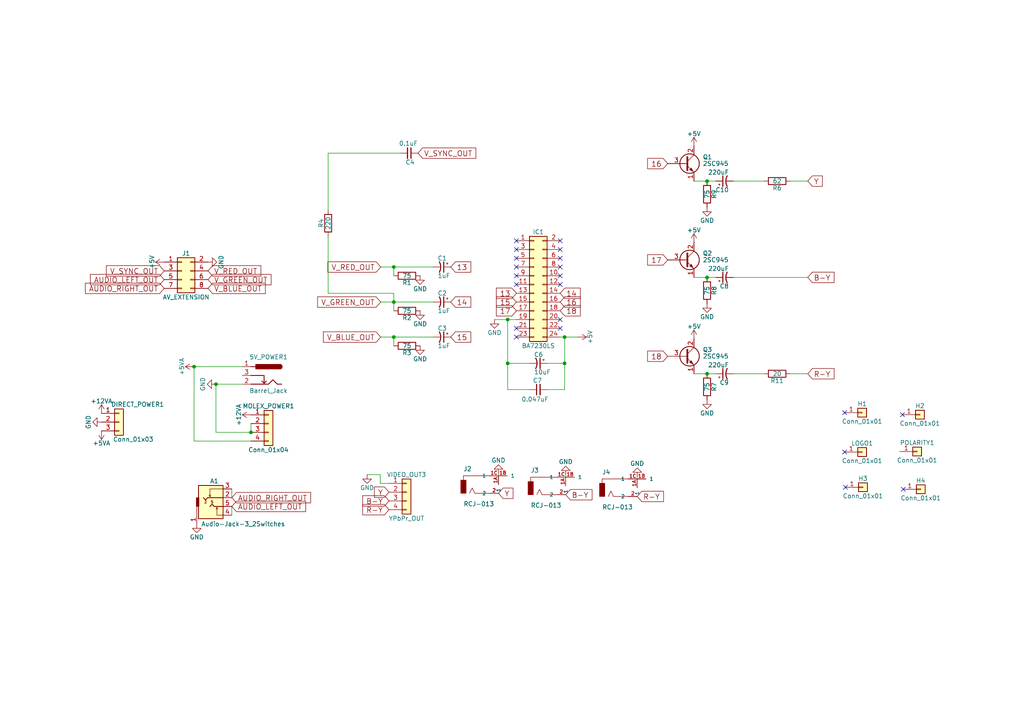
<source format=kicad_sch>
(kicad_sch (version 20230121) (generator eeschema)
  (paper "A4")
  (title_block (rev "1.1"))
  (lib_symbols
    (symbol "Converter-rescue:+12VA" (power) (pin_names (offset 0))
      (property "Value" "+12VA" (at 0 3.556 0))
      (symbol "+12VA_0_1"
        (polyline (pts (xy -0.762 1.27) (xy 0 2.54)))
        (polyline (pts (xy 0 0) (xy 0 2.54)))
        (polyline (pts (xy 0 2.54) (xy 0.762 1.27)))
      )
      (symbol "+12VA_1_1"
        (pin power_in line (at 0 0 90) (length 0) hide (name "+12VA") (number "1"))
      )
    )
    (symbol "Converter-rescue:+5V" (power) (pin_names (offset 0))
      (property "Value" "+5V" (at 0 3.556 0))
      (symbol "+5V_0_1"
        (polyline (pts (xy -0.762 1.27) (xy 0 2.54)))
        (polyline (pts (xy 0 0) (xy 0 2.54)))
        (polyline (pts (xy 0 2.54) (xy 0.762 1.27)))
      )
      (symbol "+5V_1_1"
        (pin power_in line (at 0 0 90) (length 0) hide (name "+5V") (number "1"))
      )
    )
    (symbol "Converter-rescue:+5VA" (power) (pin_names (offset 0))
      (property "Value" "+5VA" (at 0 3.556 0))
      (symbol "+5VA_0_1"
        (polyline (pts (xy -0.762 1.27) (xy 0 2.54)))
        (polyline (pts (xy 0 0) (xy 0 2.54)))
        (polyline (pts (xy 0 2.54) (xy 0.762 1.27)))
      )
      (symbol "+5VA_1_1"
        (pin power_in line (at 0 0 90) (length 0) hide (name "+5VA") (number "1"))
      )
    )
    (symbol "Converter-rescue:2SC1815" (pin_names (offset 0) hide)
      (property "Reference" "Q" (at 5.08 1.905 0))
      (property "Value" "2SC1815" (at 5.08 0 0))
      (symbol "2SC1815_0_1"
        (polyline (pts (xy 0 0) (xy 0.635 0)))
        (polyline (pts (xy 0.635 0.635) (xy 2.54 2.54)))
        (polyline (pts (xy 0.635 -0.635) (xy 2.54 -2.54) (xy 2.54 -2.54)))
        (polyline (pts (xy 0.635 1.905) (xy 0.635 -1.905) (xy 0.635 -1.905)) (stroke (width 0.508)))
        (polyline (pts (xy 1.27 -1.778) (xy 1.778 -1.27) (xy 2.286 -2.286) (xy 1.27 -1.778) (xy 1.27 -1.778)) (fill (type outline)))
        (circle (center 1.27 0) (radius 2.8194) (stroke (width 0.254)))
      )
      (symbol "2SC1815_1_1"
        (pin passive line (at 2.54 -5.08 90) (length 2.54) (name "E") (number "1"))
        (pin passive line (at 2.54 5.08 270) (length 2.54) (name "C") (number "2"))
        (pin input line (at -5.08 0 0) (length 5.08) (name "B") (number "3"))
      )
    )
    (symbol "Converter-rescue:Barrel_Jack" (pin_names (offset 1.016))
      (property "Reference" "J" (at 0 5.334 0))
      (property "Value" "Barrel_Jack" (at 0 -4.445 0))
      (symbol "Barrel_Jack_0_1"
        (arc (start -3.302 3.175) (mid -3.9343 2.54) (end -3.302 1.905) (stroke (width 0.254)))
        (arc (start -3.302 3.175) (mid -3.9343 2.54) (end -3.302 1.905) (stroke (width 0.254)) (fill (type outline)))
        (polyline (pts (xy 1.27 -2.286) (xy 1.905 -1.651)) (stroke (width 0.254)))
        (polyline (pts (xy 5.08 2.54) (xy 3.81 2.54)) (stroke (width 0.254)))
        (polyline (pts (xy 5.08 0) (xy 1.27 0) (xy 1.27 -2.286) (xy 0.635 -1.651)) (stroke (width 0.254)))
        (polyline (pts (xy -3.81 -2.54) (xy -2.54 -2.54) (xy -1.27 -1.27) (xy 0 -2.54) (xy 2.54 -2.54) (xy 5.08 -2.54)) (stroke (width 0.254)))
        (rectangle (start 3.683 3.175) (end -3.302 1.905) (stroke (width 0.254)) (fill (type outline)))
      )
      (symbol "Barrel_Jack_1_1"
        (pin passive line (at 7.62 2.54 180) (length 2.54) (name "~") (number "1"))
        (pin passive line (at 7.62 -2.54 180) (length 2.54) (name "~") (number "2"))
        (pin passive line (at 7.62 0 180) (length 2.54) (name "~") (number "3"))
      )
    )
    (symbol "Converter-rescue:CP1_Small" (pin_numbers hide) (pin_names (offset 0.254) hide)
      (property "Reference" "C" (at 0.254 1.778 0))
      (property "Value" "CP1_Small" (at 0.254 -2.032 0))
      (symbol "CP1_Small_0_1"
        (polyline (pts (xy -1.524 0.508) (xy 1.524 0.508)) (stroke (width 0.3048)))
        (polyline (pts (xy -1.27 1.524) (xy -0.762 1.524)))
        (polyline (pts (xy -1.016 1.27) (xy -1.016 1.778)))
        (arc (start 1.524 -0.762) (mid 0 -0.3734) (end -1.524 -0.762) (stroke (width 0.3048)))
      )
      (symbol "CP1_Small_1_1"
        (pin passive line (at 0 2.54 270) (length 2.032) (name "~") (number "1"))
        (pin passive line (at 0 -2.54 90) (length 2.032) (name "~") (number "2"))
      )
    )
    (symbol "Converter-rescue:C_Small" (pin_numbers hide) (pin_names (offset 0.254) hide)
      (property "Reference" "C" (at 0.254 1.778 0))
      (property "Value" "C_Small" (at 0.254 -2.032 0))
      (symbol "C_Small_0_1"
        (polyline (pts (xy -1.524 -0.508) (xy 1.524 -0.508)) (stroke (width 0.3302)))
        (polyline (pts (xy -1.524 0.508) (xy 1.524 0.508)) (stroke (width 0.3048)))
      )
      (symbol "C_Small_1_1"
        (pin passive line (at 0 2.54 270) (length 2.032) (name "~") (number "1"))
        (pin passive line (at 0 -2.54 90) (length 2.032) (name "~") (number "2"))
      )
    )
    (symbol "Converter-rescue:Conn_01x01" (pin_names (offset 1.016) hide)
      (property "Reference" "J" (at 0 2.54 0))
      (property "Value" "Conn_01x01" (at 0 -2.54 0))
      (symbol "Conn_01x01_1_1"
        (rectangle (start -1.27 0.127) (end 0 -0.127) (stroke (width 0.1524)))
        (rectangle (start -1.27 1.27) (end 1.27 -1.27) (stroke (width 0.254)) (fill (type background)))
        (pin passive line (at -5.08 0 0) (length 3.81) (name "Pin_1") (number "1"))
      )
    )
    (symbol "Converter-rescue:Conn_01x03" (pin_names (offset 1.016) hide)
      (property "Reference" "J" (at 0 5.08 0))
      (property "Value" "Conn_01x03" (at 0 -5.08 0))
      (symbol "Conn_01x03_1_1"
        (rectangle (start -1.27 -2.413) (end 0 -2.667) (stroke (width 0.1524)))
        (rectangle (start -1.27 0.127) (end 0 -0.127) (stroke (width 0.1524)))
        (rectangle (start -1.27 2.667) (end 0 2.413) (stroke (width 0.1524)))
        (rectangle (start -1.27 3.81) (end 1.27 -3.81) (stroke (width 0.254)) (fill (type background)))
        (pin passive line (at -5.08 2.54 0) (length 3.81) (name "Pin_1") (number "1"))
        (pin passive line (at -5.08 0 0) (length 3.81) (name "Pin_2") (number "2"))
        (pin passive line (at -5.08 -2.54 0) (length 3.81) (name "Pin_3") (number "3"))
      )
    )
    (symbol "Converter-rescue:Conn_01x04" (pin_names (offset 1.016) hide)
      (property "Reference" "J" (at 0 5.08 0))
      (property "Value" "Conn_01x04" (at 0 -7.62 0))
      (symbol "Conn_01x04_1_1"
        (rectangle (start -1.27 -4.953) (end 0 -5.207) (stroke (width 0.1524)))
        (rectangle (start -1.27 -2.413) (end 0 -2.667) (stroke (width 0.1524)))
        (rectangle (start -1.27 0.127) (end 0 -0.127) (stroke (width 0.1524)))
        (rectangle (start -1.27 2.667) (end 0 2.413) (stroke (width 0.1524)))
        (rectangle (start -1.27 3.81) (end 1.27 -6.35) (stroke (width 0.254)) (fill (type background)))
        (pin passive line (at -5.08 2.54 0) (length 3.81) (name "Pin_1") (number "1"))
        (pin passive line (at -5.08 0 0) (length 3.81) (name "Pin_2") (number "2"))
        (pin passive line (at -5.08 -2.54 0) (length 3.81) (name "Pin_3") (number "3"))
        (pin passive line (at -5.08 -5.08 0) (length 3.81) (name "Pin_4") (number "4"))
      )
    )
    (symbol "Converter-rescue:Conn_02x04_Odd_Even" (pin_names (offset 1.016) hide)
      (property "Reference" "J" (at 1.27 5.08 0))
      (property "Value" "Conn_02x04_Odd_Even" (at 1.27 -7.62 0))
      (symbol "Conn_02x04_Odd_Even_1_1"
        (rectangle (start -1.27 -4.953) (end 0 -5.207) (stroke (width 0.1524)))
        (rectangle (start -1.27 -2.413) (end 0 -2.667) (stroke (width 0.1524)))
        (rectangle (start -1.27 0.127) (end 0 -0.127) (stroke (width 0.1524)))
        (rectangle (start -1.27 2.667) (end 0 2.413) (stroke (width 0.1524)))
        (rectangle (start -1.27 3.81) (end 3.81 -6.35) (stroke (width 0.254)) (fill (type background)))
        (rectangle (start 3.81 -4.953) (end 2.54 -5.207) (stroke (width 0.1524)))
        (rectangle (start 3.81 -2.413) (end 2.54 -2.667) (stroke (width 0.1524)))
        (rectangle (start 3.81 0.127) (end 2.54 -0.127) (stroke (width 0.1524)))
        (rectangle (start 3.81 2.667) (end 2.54 2.413) (stroke (width 0.1524)))
        (pin passive line (at -5.08 2.54 0) (length 3.81) (name "Pin_1") (number "1"))
        (pin passive line (at 7.62 2.54 180) (length 3.81) (name "Pin_2") (number "2"))
        (pin passive line (at -5.08 0 0) (length 3.81) (name "Pin_3") (number "3"))
        (pin passive line (at 7.62 0 180) (length 3.81) (name "Pin_4") (number "4"))
        (pin passive line (at -5.08 -2.54 0) (length 3.81) (name "Pin_5") (number "5"))
        (pin passive line (at 7.62 -2.54 180) (length 3.81) (name "Pin_6") (number "6"))
        (pin passive line (at -5.08 -5.08 0) (length 3.81) (name "Pin_7") (number "7"))
        (pin passive line (at 7.62 -5.08 180) (length 3.81) (name "Pin_8") (number "8"))
      )
    )
    (symbol "Converter-rescue:Conn_02x12_Odd_Even" (pin_names (offset 1.016) hide)
      (property "Reference" "J" (at 1.27 15.24 0))
      (property "Value" "Conn_02x12_Odd_Even" (at 1.27 -17.78 0))
      (symbol "Conn_02x12_Odd_Even_1_1"
        (rectangle (start -1.27 -15.113) (end 0 -15.367) (stroke (width 0.1524)))
        (rectangle (start -1.27 -12.573) (end 0 -12.827) (stroke (width 0.1524)))
        (rectangle (start -1.27 -10.033) (end 0 -10.287) (stroke (width 0.1524)))
        (rectangle (start -1.27 -7.493) (end 0 -7.747) (stroke (width 0.1524)))
        (rectangle (start -1.27 -4.953) (end 0 -5.207) (stroke (width 0.1524)))
        (rectangle (start -1.27 -2.413) (end 0 -2.667) (stroke (width 0.1524)))
        (rectangle (start -1.27 0.127) (end 0 -0.127) (stroke (width 0.1524)))
        (rectangle (start -1.27 2.667) (end 0 2.413) (stroke (width 0.1524)))
        (rectangle (start -1.27 5.207) (end 0 4.953) (stroke (width 0.1524)))
        (rectangle (start -1.27 7.747) (end 0 7.493) (stroke (width 0.1524)))
        (rectangle (start -1.27 10.287) (end 0 10.033) (stroke (width 0.1524)))
        (rectangle (start -1.27 12.827) (end 0 12.573) (stroke (width 0.1524)))
        (rectangle (start -1.27 13.97) (end 3.81 -16.51) (stroke (width 0.254)) (fill (type background)))
        (rectangle (start 3.81 -15.113) (end 2.54 -15.367) (stroke (width 0.1524)))
        (rectangle (start 3.81 -12.573) (end 2.54 -12.827) (stroke (width 0.1524)))
        (rectangle (start 3.81 -10.033) (end 2.54 -10.287) (stroke (width 0.1524)))
        (rectangle (start 3.81 -7.493) (end 2.54 -7.747) (stroke (width 0.1524)))
        (rectangle (start 3.81 -4.953) (end 2.54 -5.207) (stroke (width 0.1524)))
        (rectangle (start 3.81 -2.413) (end 2.54 -2.667) (stroke (width 0.1524)))
        (rectangle (start 3.81 0.127) (end 2.54 -0.127) (stroke (width 0.1524)))
        (rectangle (start 3.81 2.667) (end 2.54 2.413) (stroke (width 0.1524)))
        (rectangle (start 3.81 5.207) (end 2.54 4.953) (stroke (width 0.1524)))
        (rectangle (start 3.81 7.747) (end 2.54 7.493) (stroke (width 0.1524)))
        (rectangle (start 3.81 10.287) (end 2.54 10.033) (stroke (width 0.1524)))
        (rectangle (start 3.81 12.827) (end 2.54 12.573) (stroke (width 0.1524)))
        (pin passive line (at -5.08 12.7 0) (length 3.81) (name "Pin_1") (number "1"))
        (pin passive line (at 7.62 2.54 180) (length 3.81) (name "Pin_10") (number "10"))
        (pin passive line (at -5.08 0 0) (length 3.81) (name "Pin_11") (number "11"))
        (pin passive line (at 7.62 0 180) (length 3.81) (name "Pin_12") (number "12"))
        (pin passive line (at -5.08 -2.54 0) (length 3.81) (name "Pin_13") (number "13"))
        (pin passive line (at 7.62 -2.54 180) (length 3.81) (name "Pin_14") (number "14"))
        (pin passive line (at -5.08 -5.08 0) (length 3.81) (name "Pin_15") (number "15"))
        (pin passive line (at 7.62 -5.08 180) (length 3.81) (name "Pin_16") (number "16"))
        (pin passive line (at -5.08 -7.62 0) (length 3.81) (name "Pin_17") (number "17"))
        (pin passive line (at 7.62 -7.62 180) (length 3.81) (name "Pin_18") (number "18"))
        (pin passive line (at -5.08 -10.16 0) (length 3.81) (name "Pin_19") (number "19"))
        (pin passive line (at 7.62 12.7 180) (length 3.81) (name "Pin_2") (number "2"))
        (pin passive line (at 7.62 -10.16 180) (length 3.81) (name "Pin_20") (number "20"))
        (pin passive line (at -5.08 -12.7 0) (length 3.81) (name "Pin_21") (number "21"))
        (pin passive line (at 7.62 -12.7 180) (length 3.81) (name "Pin_22") (number "22"))
        (pin passive line (at -5.08 -15.24 0) (length 3.81) (name "Pin_23") (number "23"))
        (pin passive line (at 7.62 -15.24 180) (length 3.81) (name "Pin_24") (number "24"))
        (pin passive line (at -5.08 10.16 0) (length 3.81) (name "Pin_3") (number "3"))
        (pin passive line (at 7.62 10.16 180) (length 3.81) (name "Pin_4") (number "4"))
        (pin passive line (at -5.08 7.62 0) (length 3.81) (name "Pin_5") (number "5"))
        (pin passive line (at 7.62 7.62 180) (length 3.81) (name "Pin_6") (number "6"))
        (pin passive line (at -5.08 5.08 0) (length 3.81) (name "Pin_7") (number "7"))
        (pin passive line (at 7.62 5.08 180) (length 3.81) (name "Pin_8") (number "8"))
        (pin passive line (at -5.08 2.54 0) (length 3.81) (name "Pin_9") (number "9"))
      )
    )
    (symbol "Converter-rescue:GND" (power) (pin_names (offset 0))
      (property "Value" "GND" (at 0 -3.81 0))
      (symbol "GND_0_1"
        (polyline (pts (xy 0 0) (xy 0 -1.27) (xy 1.27 -1.27) (xy 0 -2.54) (xy -1.27 -1.27) (xy 0 -1.27)))
      )
      (symbol "GND_1_1"
        (pin power_in line (at 0 0 270) (length 0) hide (name "GND") (number "1"))
      )
    )
    (symbol "Converter-rescue:R" (pin_numbers hide) (pin_names (offset 0))
      (property "Reference" "R" (at 2.032 0 90))
      (property "Value" "R" (at 0 0 90))
      (symbol "R_0_1"
        (rectangle (start -1.016 -2.54) (end 1.016 2.54) (stroke (width 0.254)))
      )
      (symbol "R_1_1"
        (pin passive line (at 0 3.81 270) (length 1.27) (name "~") (number "1"))
        (pin passive line (at 0 -3.81 90) (length 1.27) (name "~") (number "2"))
      )
    )
    (symbol "RCJ-013_1" (pin_names (offset 1.016))
      (property "Reference" "J" (at -2.54 3.81 0))
      (property "Value" "RCJ-013" (at -2.54 -6.35 0))
      (symbol "RCJ-013_1_0_0"
        (rectangle (start -3.302 -2.54) (end -1.778 1.27) (fill (type outline)))
        (polyline (pts (xy -2.54 2.54) (xy -2.54 1.27)) (stroke (width 0.1524)))
        (polyline (pts (xy 0 -1.016) (xy -0.762 -2.54)) (stroke (width 0.1524)))
        (polyline (pts (xy 0.762 -2.54) (xy 0 -1.016)) (stroke (width 0.1524)))
        (polyline (pts (xy 2.54 -2.54) (xy 0.762 -2.54)) (stroke (width 0.1524)))
        (polyline (pts (xy 5.08 -2.54) (xy 2.54 -2.54)) (stroke (width 0.1524)))
        (polyline (pts (xy 5.08 2.54) (xy -2.54 2.54)) (stroke (width 0.1524)))
        (pin passive line (at 7.62 2.54 180) (length 2.54) (name "1") (number "1C"))
        (pin passive line (at 7.62 -2.54 180) (length 2.54) (name "2") (number "2"))
      )
      (symbol "RCJ-013_1_1_0"
        (pin passive line (at 7.62 2.54 270) (length 2.54) (name "1") (number "1A"))
        (pin passive line (at 7.62 2.54 0) (length 2.54) (name "1") (number "1B"))
      )
    )
    (symbol "RCJ-013_2" (pin_names (offset 1.016))
      (property "Reference" "J" (at -2.54 3.81 0))
      (property "Value" "RCJ-013" (at -2.54 -6.35 0))
      (symbol "RCJ-013_2_0_0"
        (rectangle (start -3.302 -2.54) (end -1.778 1.27) (fill (type outline)))
        (polyline (pts (xy -2.54 2.54) (xy -2.54 1.27)) (stroke (width 0.1524)))
        (polyline (pts (xy 0 -1.016) (xy -0.762 -2.54)) (stroke (width 0.1524)))
        (polyline (pts (xy 0.762 -2.54) (xy 0 -1.016)) (stroke (width 0.1524)))
        (polyline (pts (xy 2.54 -2.54) (xy 0.762 -2.54)) (stroke (width 0.1524)))
        (polyline (pts (xy 5.08 -2.54) (xy 2.54 -2.54)) (stroke (width 0.1524)))
        (polyline (pts (xy 5.08 2.54) (xy -2.54 2.54)) (stroke (width 0.1524)))
        (pin passive line (at 7.62 2.54 180) (length 2.54) (name "1") (number "1C"))
        (pin passive line (at 7.62 -2.54 180) (length 2.54) (name "2") (number "2"))
      )
      (symbol "RCJ-013_2_1_0"
        (pin passive line (at 7.62 2.54 270) (length 2.54) (name "1") (number "1A"))
        (pin passive line (at 7.62 2.54 0) (length 2.54) (name "1") (number "1B"))
      )
    )
    (symbol "RCJ-013_3" (pin_names (offset 1.016))
      (property "Reference" "J" (at -2.54 3.81 0))
      (property "Value" "RCJ-013" (at -2.54 -6.35 0))
      (symbol "RCJ-013_3_0_0"
        (rectangle (start -3.302 -2.54) (end -1.778 1.27) (fill (type outline)))
        (polyline (pts (xy -2.54 2.54) (xy -2.54 1.27)) (stroke (width 0.1524)))
        (polyline (pts (xy 0 -1.016) (xy -0.762 -2.54)) (stroke (width 0.1524)))
        (polyline (pts (xy 0.762 -2.54) (xy 0 -1.016)) (stroke (width 0.1524)))
        (polyline (pts (xy 2.54 -2.54) (xy 0.762 -2.54)) (stroke (width 0.1524)))
        (polyline (pts (xy 5.08 -2.54) (xy 2.54 -2.54)) (stroke (width 0.1524)))
        (polyline (pts (xy 5.08 2.54) (xy -2.54 2.54)) (stroke (width 0.1524)))
        (pin passive line (at 7.62 2.54 180) (length 2.54) (name "1") (number "1C"))
        (pin passive line (at 7.62 -2.54 180) (length 2.54) (name "2") (number "2"))
      )
      (symbol "RCJ-013_3_1_0"
        (pin passive line (at 7.62 2.54 270) (length 2.54) (name "1") (number "1A"))
        (pin passive line (at 7.62 2.54 0) (length 2.54) (name "1") (number "1B"))
      )
    )
    (symbol "RCJ-013_4" (pin_names (offset 1.016))
      (property "Reference" "J" (at -2.54 3.81 0))
      (property "Value" "RCJ-013" (at -2.54 -6.35 0))
      (symbol "RCJ-013_4_0_0"
        (rectangle (start -3.302 -2.54) (end -1.778 1.27) (fill (type outline)))
        (polyline (pts (xy -2.54 2.54) (xy -2.54 1.27)) (stroke (width 0.1524)))
        (polyline (pts (xy 0 -1.016) (xy -0.762 -2.54)) (stroke (width 0.1524)))
        (polyline (pts (xy 0.762 -2.54) (xy 0 -1.016)) (stroke (width 0.1524)))
        (polyline (pts (xy 2.54 -2.54) (xy 0.762 -2.54)) (stroke (width 0.1524)))
        (polyline (pts (xy 5.08 -2.54) (xy 2.54 -2.54)) (stroke (width 0.1524)))
        (polyline (pts (xy 5.08 2.54) (xy -2.54 2.54)) (stroke (width 0.1524)))
        (pin passive line (at 7.62 2.54 180) (length 2.54) (name "1") (number "1C"))
        (pin passive line (at 7.62 -2.54 180) (length 2.54) (name "2") (number "2"))
      )
      (symbol "RCJ-013_4_1_0"
        (pin passive line (at 7.62 2.54 270) (length 2.54) (name "1") (number "1A"))
        (pin passive line (at 7.62 2.54 0) (length 2.54) (name "1") (number "1B"))
      )
    )
    (symbol "RCJ-013_5" (pin_names (offset 1.016))
      (property "Reference" "J" (at -2.54 3.81 0))
      (property "Value" "RCJ-013" (at -2.54 -6.35 0))
      (symbol "RCJ-013_5_0_0"
        (rectangle (start -3.302 -2.54) (end -1.778 1.27) (fill (type outline)))
        (polyline (pts (xy -2.54 2.54) (xy -2.54 1.27)) (stroke (width 0.1524)))
        (polyline (pts (xy 0 -1.016) (xy -0.762 -2.54)) (stroke (width 0.1524)))
        (polyline (pts (xy 0.762 -2.54) (xy 0 -1.016)) (stroke (width 0.1524)))
        (polyline (pts (xy 2.54 -2.54) (xy 0.762 -2.54)) (stroke (width 0.1524)))
        (polyline (pts (xy 5.08 -2.54) (xy 2.54 -2.54)) (stroke (width 0.1524)))
        (polyline (pts (xy 5.08 2.54) (xy -2.54 2.54)) (stroke (width 0.1524)))
        (pin passive line (at 7.62 2.54 180) (length 2.54) (name "1") (number "1C"))
        (pin passive line (at 7.62 -2.54 180) (length 2.54) (name "2") (number "2"))
      )
      (symbol "RCJ-013_5_1_0"
        (pin passive line (at 7.62 2.54 270) (length 2.54) (name "1") (number "1A"))
        (pin passive line (at 7.62 2.54 0) (length 2.54) (name "1") (number "1B"))
      )
    )
    (symbol "RCJ-013_6" (pin_names (offset 1.016))
      (property "Reference" "J" (at -2.54 3.81 0))
      (property "Value" "RCJ-013" (at -2.54 -6.35 0))
      (symbol "RCJ-013_6_0_0"
        (rectangle (start -3.302 -2.54) (end -1.778 1.27) (fill (type outline)))
        (polyline (pts (xy -2.54 2.54) (xy -2.54 1.27)) (stroke (width 0.1524)))
        (polyline (pts (xy 0 -1.016) (xy -0.762 -2.54)) (stroke (width 0.1524)))
        (polyline (pts (xy 0.762 -2.54) (xy 0 -1.016)) (stroke (width 0.1524)))
        (polyline (pts (xy 2.54 -2.54) (xy 0.762 -2.54)) (stroke (width 0.1524)))
        (polyline (pts (xy 5.08 -2.54) (xy 2.54 -2.54)) (stroke (width 0.1524)))
        (polyline (pts (xy 5.08 2.54) (xy -2.54 2.54)) (stroke (width 0.1524)))
        (pin passive line (at 7.62 2.54 180) (length 2.54) (name "1") (number "1C"))
        (pin passive line (at 7.62 -2.54 180) (length 2.54) (name "2") (number "2"))
      )
      (symbol "RCJ-013_6_1_0"
        (pin passive line (at 7.62 2.54 270) (length 2.54) (name "1") (number "1A"))
        (pin passive line (at 7.62 2.54 0) (length 2.54) (name "1") (number "1B"))
      )
    )
    (symbol "Tayda_3.5mm_stereo_TRS_jack_A-853:Audio-Jack-3_2Switches" (pin_names (offset 1.016))
      (property "Reference" "A" (at 0 7.366 0))
      (property "Value" "Audio-Jack-3_2Switches" (at -3.81 -5.08 0))
      (symbol "Audio-Jack-3_2Switches_0_0"
        (rectangle (start -4.572 6.096) (end 2.54 -3.556) (stroke (width 0.254)) (fill (type background)))
        (polyline (pts (xy -5.08 -2.54) (xy -5.08 0)))
        (polyline (pts (xy -1.27 2.794) (xy -1.016 3.302)))
        (polyline (pts (xy 1.016 -0.762) (xy 0.762 -0.254)))
        (polyline (pts (xy 2.54 -2.54) (xy 0.762 -2.54) (xy 0.762 -0.254) (xy 0.508 -0.762)))
        (polyline (pts (xy 2.54 5.08) (xy -1.27 5.08) (xy -1.27 2.794) (xy -1.524 3.302)))
        (text "2" (at -2.54 1.27 0) (effects (font (size 0.762 0.762))))
        (text "5" (at -0.635 1.27 0) (effects (font (size 0.762 0.762))))
      )
      (symbol "Audio-Jack-3_2Switches_0_1"
        (rectangle (start -4.445 0) (end -5.207 2.54) (fill (type outline)))
        (polyline (pts (xy -1.27 0) (xy -0.635 0.635) (xy 0 0) (xy 2.54 0)) (stroke (width 0.254)))
        (polyline (pts (xy 2.54 2.54) (xy -1.905 2.54) (xy -2.54 1.905) (xy -3.175 2.54)) (stroke (width 0.254)))
      )
      (symbol "Audio-Jack-3_2Switches_1_1"
        (pin passive line (at -5.08 -5.08 90) (length 2.54) (name "~") (number "1"))
        (pin passive line (at 5.08 2.54 180) (length 2.54) (name "~") (number "2"))
        (pin passive line (at 5.08 5.08 180) (length 2.54) (name "~") (number "3"))
        (pin passive line (at 5.08 -2.54 180) (length 2.54) (name "~") (number "4"))
        (pin passive line (at 5.08 0 180) (length 2.54) (name "~") (number "5"))
      )
    )
  )
  (junction (at 147.2438 92.6846))
  (junction (at 72.7964 125.3998))
  (junction (at 114.2238 77.4446))
  (junction (at 62.6364 111.4298))
  (junction (at 205.0796 52.5272))
  (junction (at 56.2864 106.3498))
  (junction (at 147.2438 105.3846))
  (junction (at 205.0796 108.4072))
  (junction (at 205.0796 80.4672))
  (junction (at 163.7538 105.3846))
  (junction (at 163.7538 97.7646))
  (junction (at 114.2238 97.7646))
  (junction (at 114.2238 87.6046))
  (no_connect (at 162.4838 77.4446))
  (no_connect (at 162.4838 82.5246))
  (no_connect (at 149.7838 72.3646))
  (no_connect (at 149.7838 82.5246))
  (no_connect (at 244.983 131.1148))
  (no_connect (at 261.9756 141.9098))
  (no_connect (at 162.4838 92.6846))
  (no_connect (at 162.4838 95.2246))
  (no_connect (at 149.7838 74.9046))
  (no_connect (at 244.983 119.6848))
  (no_connect (at 245.2116 141.3256))
  (no_connect (at 149.7838 97.7646))
  (no_connect (at 162.4838 79.9846))
  (no_connect (at 149.7838 77.4446))
  (no_connect (at 162.4838 72.3646))
  (no_connect (at 162.4838 69.8246))
  (no_connect (at 149.7838 69.8246))
  (no_connect (at 149.7838 95.2246))
  (no_connect (at 149.7838 79.9846))
  (no_connect (at 162.4838 74.9046))
  (no_connect (at 261.747 120.269))
  (wire (pts (xy 95.1738 68.5546) (xy 95.1738 85.0646)))
  (wire (pts (xy 110.2868 137.668) (xy 110.2868 140.208)))
  (wire (pts (xy 67.2338 149.4282) (xy 67.2338 146.8882)))
  (wire (pts (xy 147.2438 105.3846) (xy 147.2438 113.0046)))
  (wire (pts (xy 62.6364 125.3998) (xy 72.7964 125.3998)))
  (wire (pts (xy 56.2864 106.3498) (xy 70.2564 106.3498)))
  (wire (pts (xy 143.4338 92.6846) (xy 147.2438 92.6846)))
  (wire (pts (xy 205.0796 108.4072) (xy 207.6196 108.4072)))
  (wire (pts (xy 221.5896 108.4072) (xy 212.6996 108.4072)))
  (wire (pts (xy 163.7538 97.7646) (xy 167.5638 97.7646)))
  (wire (pts (xy 153.5938 105.3846) (xy 147.2438 105.3846)))
  (wire (pts (xy 114.2238 100.3046) (xy 114.2238 97.7646)))
  (wire (pts (xy 201.2696 52.5272) (xy 205.0796 52.5272)))
  (wire (pts (xy 72.7964 125.3998) (xy 72.7964 122.8598)))
  (wire (pts (xy 114.2238 87.6046) (xy 125.6538 87.6046)))
  (wire (pts (xy 164.084 137.7442) (xy 164.084 138.4046)))
  (wire (pts (xy 114.2238 79.9846) (xy 114.2238 77.4446)))
  (wire (pts (xy 201.2696 108.4072) (xy 205.0796 108.4072)))
  (wire (pts (xy 56.2864 127.9398) (xy 72.7964 127.9398)))
  (wire (pts (xy 205.0796 52.5272) (xy 207.6196 52.5272)))
  (wire (pts (xy 147.2438 113.0046) (xy 153.5938 113.0046)))
  (wire (pts (xy 201.2696 80.4672) (xy 205.0796 80.4672)))
  (wire (pts (xy 229.2096 108.4072) (xy 234.2896 108.4072)))
  (wire (pts (xy 67.2338 141.8082) (xy 67.2338 144.3482)))
  (wire (pts (xy 62.6364 125.3998) (xy 62.6364 111.4298)))
  (wire (pts (xy 212.6996 52.5272) (xy 221.5896 52.5272)))
  (wire (pts (xy 205.0796 80.4672) (xy 207.6196 80.4672)))
  (wire (pts (xy 114.2238 87.6046) (xy 114.2238 90.1446)))
  (wire (pts (xy 163.7538 97.7646) (xy 163.7538 105.3846)))
  (wire (pts (xy 110.4138 77.4446) (xy 114.2238 77.4446)))
  (wire (pts (xy 62.6364 111.4298) (xy 70.2564 111.4298)))
  (wire (pts (xy 144.5768 137.3378) (xy 144.5768 137.9982)))
  (wire (pts (xy 114.2238 85.0646) (xy 114.2238 87.6046)))
  (wire (pts (xy 106.4768 137.668) (xy 110.2868 137.668)))
  (wire (pts (xy 56.2864 127.9398) (xy 56.2864 106.3498)))
  (wire (pts (xy 147.2438 92.6846) (xy 149.7838 92.6846)))
  (wire (pts (xy 114.2238 77.4446) (xy 125.6538 77.4446)))
  (wire (pts (xy 95.1738 44.4246) (xy 116.1542 44.4246)))
  (wire (pts (xy 162.4838 97.7646) (xy 163.7538 97.7646)))
  (wire (pts (xy 95.1738 85.0646) (xy 114.2238 85.0646)))
  (wire (pts (xy 212.6996 80.4672) (xy 234.2896 80.4672)))
  (wire (pts (xy 95.1738 60.9346) (xy 95.1738 44.4246)))
  (wire (pts (xy 110.4138 97.7646) (xy 114.2238 97.7646)))
  (wire (pts (xy 110.4138 87.6046) (xy 114.2238 87.6046)))
  (wire (pts (xy 112.8268 140.208) (xy 110.2868 140.208)))
  (wire (pts (xy 147.2438 92.6846) (xy 147.2438 105.3846)))
  (wire (pts (xy 229.2096 52.5272) (xy 234.2896 52.5272)))
  (wire (pts (xy 163.7538 113.0046) (xy 158.6738 113.0046)))
  (wire (pts (xy 114.2238 97.7646) (xy 125.6538 97.7646)))
  (wire (pts (xy 158.6738 105.3846) (xy 163.7538 105.3846)))
  (wire (pts (xy 184.8104 138.2522) (xy 184.8104 138.9126)))
  (wire (pts (xy 163.7538 105.3846) (xy 163.7538 113.0046)))
  (global_label "16" (shape input) (at 162.4838 87.6046 0) (effects (font (size 1.524 1.524))) (property "Intersheetrefs" "${INTERSHEET_REFS}" (effects hide)))
  (global_label "R-Y" (shape input) (at 112.8268 147.828 180) (effects (font (size 1.524 1.524))) (property "Intersheetrefs" "${INTERSHEET_REFS}" (effects hide)))
  (global_label "13" (shape input) (at 149.7838 85.0646 180) (effects (font (size 1.524 1.524))) (property "Intersheetrefs" "${INTERSHEET_REFS}" (effects hide)))
  (global_label "V_SYNC_OUT" (shape input) (at 121.2342 44.4246 0) (effects (font (size 1.524 1.524))) (property "Intersheetrefs" "${INTERSHEET_REFS}" (effects hide)))
  (global_label "17" (shape input) (at 149.7838 90.1446 180) (effects (font (size 1.524 1.524))) (property "Intersheetrefs" "${INTERSHEET_REFS}" (effects hide)))
  (global_label "R-Y" (shape input) (at 234.2896 108.4072 0) (effects (font (size 1.524 1.524))) (property "Intersheetrefs" "${INTERSHEET_REFS}" (effects hide)))
  (global_label "V_BLUE_OUT" (shape input) (at 110.4138 97.7646 180) (effects (font (size 1.524 1.524))) (property "Intersheetrefs" "${INTERSHEET_REFS}" (effects hide)))
  (global_label "V_GREEN_OUT" (shape input) (at 110.4138 87.6046 180) (effects (font (size 1.524 1.524))) (property "Intersheetrefs" "${INTERSHEET_REFS}" (effects hide)))
  (global_label "15" (shape input) (at 130.7338 97.7646 0) (effects (font (size 1.524 1.524))) (property "Intersheetrefs" "${INTERSHEET_REFS}" (effects hide)))
  (global_label "17" (shape input) (at 193.6496 75.3872 180) (effects (font (size 1.524 1.524))) (property "Intersheetrefs" "${INTERSHEET_REFS}" (effects hide)))
  (global_label "18" (shape input) (at 162.4838 90.1446 0) (effects (font (size 1.524 1.524))) (property "Intersheetrefs" "${INTERSHEET_REFS}" (effects hide)))
  (global_label "V_RED_OUT" (shape input) (at 110.4138 77.4446 180) (effects (font (size 1.524 1.524))) (property "Intersheetrefs" "${INTERSHEET_REFS}" (effects hide)))
  (global_label "15" (shape input) (at 149.7838 87.6046 180) (effects (font (size 1.524 1.524))) (property "Intersheetrefs" "${INTERSHEET_REFS}" (effects hide)))
  (global_label "V_GREEN_OUT" (shape input) (at 60.325 81.1022 0) (effects (font (size 1.524 1.524))) (property "Intersheetrefs" "${INTERSHEET_REFS}" (effects hide)))
  (global_label "Y" (shape input) (at 112.8268 142.748 180) (effects (font (size 1.524 1.524))) (property "Intersheetrefs" "${INTERSHEET_REFS}" (effects hide)))
  (global_label "B-Y" (shape input) (at 112.8268 145.288 180) (effects (font (size 1.524 1.524))) (property "Intersheetrefs" "${INTERSHEET_REFS}" (effects hide)))
  (global_label "14" (shape input) (at 162.4838 85.0646 0) (effects (font (size 1.524 1.524))) (property "Intersheetrefs" "${INTERSHEET_REFS}" (effects hide)))
  (global_label "AUDIO_RIGHT_OUT" (shape input) (at 47.625 83.6422 180) (effects (font (size 1.524 1.524))) (property "Intersheetrefs" "${INTERSHEET_REFS}" (effects hide)))
  (global_label "AUDIO_RIGHT_OUT" (shape input) (at 67.2338 144.3482 0) (effects (font (size 1.524 1.524))) (property "Intersheetrefs" "${INTERSHEET_REFS}" (effects hide)))
  (global_label "13" (shape input) (at 130.7338 77.4446 0) (effects (font (size 1.524 1.524))) (property "Intersheetrefs" "${INTERSHEET_REFS}" (effects hide)))
  (global_label "R-Y" (shape input) (at 184.8104 143.9926 0) (effects (font (size 1.524 1.524))) (property "Intersheetrefs" "${INTERSHEET_REFS}" (effects hide)))
  (global_label "V_RED_OUT" (shape input) (at 60.325 78.5622 0) (effects (font (size 1.524 1.524))) (property "Intersheetrefs" "${INTERSHEET_REFS}" (effects hide)))
  (global_label "18" (shape input) (at 193.6496 103.3272 180) (effects (font (size 1.524 1.524))) (property "Intersheetrefs" "${INTERSHEET_REFS}" (effects hide)))
  (global_label "Y" (shape input) (at 144.5768 143.0782 0) (effects (font (size 1.524 1.524))) (property "Intersheetrefs" "${INTERSHEET_REFS}" (effects hide)))
  (global_label "B-Y" (shape input) (at 234.2896 80.4672 0) (effects (font (size 1.524 1.524))) (property "Intersheetrefs" "${INTERSHEET_REFS}" (effects hide)))
  (global_label "V_BLUE_OUT" (shape input) (at 60.325 83.6422 0) (effects (font (size 1.524 1.524))) (property "Intersheetrefs" "${INTERSHEET_REFS}" (effects hide)))
  (global_label "V_SYNC_OUT" (shape input) (at 47.625 78.5622 180) (effects (font (size 1.524 1.524))) (property "Intersheetrefs" "${INTERSHEET_REFS}" (effects hide)))
  (global_label "16" (shape input) (at 193.6496 47.4472 180) (effects (font (size 1.524 1.524))) (property "Intersheetrefs" "${INTERSHEET_REFS}" (effects hide)))
  (global_label "AUDIO_LEFT_OUT" (shape input) (at 47.625 81.1022 180) (effects (font (size 1.524 1.524))) (property "Intersheetrefs" "${INTERSHEET_REFS}" (effects hide)))
  (global_label "AUDIO_LEFT_OUT" (shape input) (at 67.2338 146.8882 0) (effects (font (size 1.524 1.524))) (property "Intersheetrefs" "${INTERSHEET_REFS}" (effects hide)))
  (global_label "B-Y" (shape input) (at 164.084 143.4846 0) (effects (font (size 1.524 1.524))) (property "Intersheetrefs" "${INTERSHEET_REFS}" (effects hide)))
  (global_label "14" (shape input) (at 130.7338 87.6046 0) (effects (font (size 1.524 1.524))) (property "Intersheetrefs" "${INTERSHEET_REFS}" (effects hide)))
  (global_label "Y" (shape input) (at 234.2896 52.5272 0) (effects (font (size 1.524 1.524))) (property "Intersheetrefs" "${INTERSHEET_REFS}" (effects hide)))
  (symbol (lib_id "Converter-rescue:Conn_02x12_Odd_Even") (at 154.8638 82.5246 0) (unit 1)
    (property "Reference" "IC1" (at 156.1338 67.2846 0))
    (property "Value" "BA7230LS" (at 156.1338 100.3046 0))
    (property "Footprint" "BA7230LS:BA7230LS" (effects hide))
  )
  (symbol (lib_id "Converter-rescue:+5V") (at 167.5638 97.7646 270) (unit 1)
    (property "Reference" "#PWR17" (effects hide))
    (property "Value" "+5V" (at 171.1198 97.7646 0))
  )
  (symbol (lib_id "Converter-rescue:GND") (at 143.4338 92.6846 0) (unit 1)
    (property "Reference" "#PWR14" (effects hide))
    (property "Value" "GND" (at 143.4338 96.4946 0))
  )
  (symbol (lib_id "Converter-rescue:C_Small") (at 118.6942 44.4246 270) (unit 1)
    (property "Reference" "C4" (at 117.602 47.0662 90) (effects (justify left)))
    (property "Value" "0.1uF" (at 115.697 41.6052 90) (effects (justify left)))
    (property "Footprint" "Capacitors_THT:C_Disc_D4.3mm_W1.9mm_P5.00mm" (effects hide))
  )
  (symbol (lib_id "Converter-rescue:CP1_Small") (at 128.1938 77.4446 270) (unit 1)
    (property "Reference" "C1" (at 126.9238 74.9046 90) (effects (justify left)))
    (property "Value" "1uF" (at 126.9238 79.9846 90) (effects (justify left)))
    (property "Footprint" "Capacitors_THT:CP_Radial_D4.0mm_P1.50mm" (effects hide))
  )
  (symbol (lib_id "Converter-rescue:CP1_Small") (at 128.1938 87.6046 270) (unit 1)
    (property "Reference" "C2" (at 126.9238 85.0646 90) (effects (justify left)))
    (property "Value" "1uF" (at 126.9238 90.1446 90) (effects (justify left)))
    (property "Footprint" "Capacitors_THT:CP_Radial_D4.0mm_P1.50mm" (effects hide))
  )
  (symbol (lib_id "Converter-rescue:CP1_Small") (at 128.1938 97.7646 270) (unit 1)
    (property "Reference" "C3" (at 126.9238 95.2246 90) (effects (justify left)))
    (property "Value" "1uF" (at 126.9238 100.3046 90) (effects (justify left)))
    (property "Footprint" "Capacitors_THT:CP_Radial_D4.0mm_P1.50mm" (effects hide))
  )
  (symbol (lib_id "Converter-rescue:R") (at 118.0338 79.9846 270) (unit 1)
    (property "Reference" "R1" (at 118.0338 82.0166 90))
    (property "Value" "75" (at 118.0338 79.9846 90))
    (property "Footprint" "Resistors_THT:R_Axial_DIN0204_L3.6mm_D1.6mm_P2.54mm_Vertical" (effects hide))
  )
  (symbol (lib_id "Converter-rescue:R") (at 118.0338 90.1446 270) (unit 1)
    (property "Reference" "R2" (at 118.0338 92.1766 90))
    (property "Value" "75" (at 118.0338 90.1446 90))
    (property "Footprint" "Resistors_THT:R_Axial_DIN0204_L3.6mm_D1.6mm_P2.54mm_Vertical" (effects hide))
  )
  (symbol (lib_id "Converter-rescue:R") (at 118.0338 100.3046 270) (unit 1)
    (property "Reference" "R3" (at 118.0338 102.3366 90))
    (property "Value" "75" (at 118.0338 100.3046 90))
    (property "Footprint" "Resistors_THT:R_Axial_DIN0204_L3.6mm_D1.6mm_P2.54mm_Vertical" (effects hide))
  )
  (symbol (lib_id "Converter-rescue:GND") (at 121.8438 100.3046 0) (unit 1)
    (property "Reference" "#PWR13" (effects hide))
    (property "Value" "GND" (at 121.8438 104.1146 0))
  )
  (symbol (lib_id "Converter-rescue:GND") (at 121.8438 90.1446 0) (unit 1)
    (property "Reference" "#PWR12" (effects hide))
    (property "Value" "GND" (at 121.8438 93.9546 0))
  )
  (symbol (lib_id "Converter-rescue:GND") (at 121.8438 79.9846 0) (unit 1)
    (property "Reference" "#PWR11" (effects hide))
    (property "Value" "GND" (at 121.8438 83.7946 0))
  )
  (symbol (lib_id "Converter-rescue:C_Small") (at 156.1338 113.0046 90) (unit 1)
    (property "Reference" "C7" (at 157.226 110.363 90) (effects (justify left)))
    (property "Value" "0.047uF" (at 159.131 115.824 90) (effects (justify left)))
    (property "Footprint" "Capacitors_THT:C_Disc_D4.3mm_W1.9mm_P5.00mm" (effects hide))
  )
  (symbol (lib_id "Converter-rescue:CP1_Small") (at 156.1338 105.3846 270) (unit 1)
    (property "Reference" "C6" (at 154.8638 102.8446 90) (effects (justify left)))
    (property "Value" "10uF" (at 154.8638 107.9246 90) (effects (justify left)))
    (property "Footprint" "Capacitors_THT:CP_Radial_D4.0mm_P1.50mm" (effects hide))
  )
  (symbol (lib_id "Converter-rescue:CP1_Small") (at 210.1596 80.4672 90) (unit 1)
    (property "Reference" "C8" (at 211.4296 83.0072 90) (effects (justify left)))
    (property "Value" "220uF" (at 211.4296 77.9272 90) (effects (justify left)))
    (property "Footprint" "Capacitors_THT:CP_Radial_D6.3mm_P2.50mm" (effects hide))
  )
  (symbol (lib_id "Converter-rescue:R") (at 205.0796 56.3372 0) (unit 1)
    (property "Reference" "R9" (at 207.1116 56.3372 90))
    (property "Value" "75" (at 205.0796 56.3372 90))
    (property "Footprint" "Resistors_THT:R_Axial_DIN0204_L3.6mm_D1.6mm_P2.54mm_Vertical" (effects hide))
  )
  (symbol (lib_id "Converter-rescue:GND") (at 205.0796 60.1472 0) (unit 1)
    (property "Reference" "#PWR22" (effects hide))
    (property "Value" "GND" (at 205.0796 63.9572 0))
  )
  (symbol (lib_id "Converter-rescue:+5V") (at 201.2696 42.3672 0) (unit 1)
    (property "Reference" "#PWR19" (effects hide))
    (property "Value" "+5V" (at 201.2696 38.8112 0))
  )
  (symbol (lib_id "Converter-rescue:CP1_Small") (at 210.1596 52.5272 90) (unit 1)
    (property "Reference" "C10" (at 211.4296 55.0672 90) (effects (justify left)))
    (property "Value" "220uF" (at 211.4296 49.9872 90) (effects (justify left)))
    (property "Footprint" "Capacitors_THT:CP_Radial_D6.3mm_P2.50mm" (effects hide))
  )
  (symbol (lib_id "Converter-rescue:R") (at 205.0796 84.2772 0) (unit 1)
    (property "Reference" "R8" (at 207.1116 84.2772 90))
    (property "Value" "75" (at 205.0796 84.2772 90))
    (property "Footprint" "Resistors_THT:R_Axial_DIN0204_L3.6mm_D1.6mm_P2.54mm_Vertical" (effects hide))
  )
  (symbol (lib_id "Converter-rescue:GND") (at 205.0796 88.0872 0) (unit 1)
    (property "Reference" "#PWR23" (effects hide))
    (property "Value" "GND" (at 205.0796 91.8972 0))
  )
  (symbol (lib_id "Converter-rescue:CP1_Small") (at 210.1596 108.4072 90) (unit 1)
    (property "Reference" "C9" (at 211.4296 110.9472 90) (effects (justify left)))
    (property "Value" "220uF" (at 211.4296 105.8672 90) (effects (justify left)))
    (property "Footprint" "Capacitors_THT:CP_Radial_D6.3mm_P2.50mm" (effects hide))
  )
  (symbol (lib_id "Converter-rescue:R") (at 205.0796 112.2172 0) (unit 1)
    (property "Reference" "R7" (at 207.1116 112.2172 90))
    (property "Value" "75" (at 205.0796 112.2172 90))
    (property "Footprint" "Resistors_THT:R_Axial_DIN0204_L3.6mm_D1.6mm_P2.54mm_Vertical" (effects hide))
  )
  (symbol (lib_id "Converter-rescue:GND") (at 205.0796 116.0272 0) (unit 1)
    (property "Reference" "#PWR24" (effects hide))
    (property "Value" "GND" (at 205.0796 119.8372 0))
  )
  (symbol (lib_id "Converter-rescue:+5V") (at 201.2696 98.2472 0) (unit 1)
    (property "Reference" "#PWR21" (effects hide))
    (property "Value" "+5V" (at 201.2696 94.6912 0))
  )
  (symbol (lib_id "Converter-rescue:R") (at 225.3996 108.4072 270) (unit 1)
    (property "Reference" "R11" (at 225.3996 110.4392 90))
    (property "Value" "20" (at 225.3996 108.4072 90))
    (property "Footprint" "Resistors_THT:R_Axial_DIN0204_L3.6mm_D1.6mm_P2.54mm_Vertical" (effects hide))
  )
  (symbol (lib_id "Converter-rescue:R") (at 225.3996 52.5272 270) (unit 1)
    (property "Reference" "R6" (at 225.3996 54.5592 90))
    (property "Value" "62" (at 225.3996 52.5272 90))
    (property "Footprint" "Resistors_THT:R_Axial_DIN0204_L3.6mm_D1.6mm_P2.54mm_Vertical" (effects hide))
  )
  (symbol (lib_id "Converter-rescue:Conn_01x04") (at 117.9068 142.748 0) (unit 1)
    (property "Reference" "VIDEO_OUT3" (at 117.9068 137.668 0))
    (property "Value" "YPbPr_OUT" (at 117.9068 150.368 0))
    (property "Footprint" "Pin_Headers:Pin_Header_Straight_1x04_Pitch2.54mm" (effects hide))
  )
  (symbol (lib_id "Converter-rescue:GND") (at 106.4768 137.668 0) (unit 1)
    (property "Reference" "#PWR10" (effects hide))
    (property "Value" "GND" (at 106.4768 141.478 0))
  )
  (symbol (lib_id "Converter-rescue:Conn_01x01") (at 250.063 119.6848 0) (unit 1)
    (property "Reference" "H1" (at 250.063 117.1448 0))
    (property "Value" "Conn_01x01" (at 250.063 122.2248 0))
    (property "Footprint" "Connectors:1pin" (effects hide))
  )
  (symbol (lib_id "Converter-rescue:Conn_01x01") (at 266.827 120.269 0) (unit 1)
    (property "Reference" "H2" (at 266.827 117.729 0))
    (property "Value" "Conn_01x01" (at 266.827 122.809 0))
    (property "Footprint" "Connectors:1pin" (effects hide))
  )
  (symbol (lib_id "Converter-rescue:Conn_01x01") (at 250.063 131.1148 0) (unit 1)
    (property "Reference" "LOGO1" (at 250.063 128.5748 0))
    (property "Value" "Conn_01x01" (at 250.063 133.6548 0))
    (property "Footprint" "tortule:logo" (effects hide))
  )
  (symbol (lib_id "Converter-rescue:2SC1815") (at 198.7296 47.4472 0) (unit 1)
    (property "Reference" "Q1" (at 203.8096 45.5422 0) (effects (justify left)))
    (property "Value" "2SC945" (at 203.8096 47.4472 0) (effects (justify left)))
    (property "Footprint" "TO_SOT_Packages_THT:TO-92_Inline_Narrow_Oval" (effects hide))
  )
  (symbol (lib_id "Converter-rescue:2SC1815") (at 198.7296 103.3272 0) (unit 1)
    (property "Reference" "Q3" (at 203.8096 101.4222 0) (effects (justify left)))
    (property "Value" "2SC945" (at 203.8096 103.3272 0) (effects (justify left)))
    (property "Footprint" "TO_SOT_Packages_THT:TO-92_Inline_Narrow_Oval" (effects hide))
  )
  (symbol (lib_id "Converter-rescue:2SC1815") (at 198.7296 75.3872 0) (unit 1)
    (property "Reference" "Q2" (at 203.8096 73.4822 0) (effects (justify left)))
    (property "Value" "2SC945" (at 203.8096 75.3872 0) (effects (justify left)))
    (property "Footprint" "TO_SOT_Packages_THT:TO-92_Inline_Narrow_Oval" (effects hide))
  )
  (symbol (lib_id "Converter-rescue:Conn_02x04_Odd_Even") (at 52.705 78.5622 0) (unit 1)
    (property "Reference" "J1" (at 53.975 73.4822 0))
    (property "Value" "AV_EXTENSION" (at 53.975 86.1822 0))
    (property "Footprint" "JTAG:JTAG-8" (effects hide))
  )
  (symbol (lib_id "Converter-rescue:+5V") (at 47.625 76.0222 90) (unit 1)
    (property "Reference" "#PWR4" (effects hide))
    (property "Value" "+5V" (at 44.069 76.0222 0))
  )
  (symbol (lib_id "Converter-rescue:Conn_01x01") (at 250.2916 141.3256 0) (unit 1)
    (property "Reference" "H3" (at 250.2916 138.7856 0))
    (property "Value" "Conn_01x01" (at 250.2916 143.8656 0))
    (property "Footprint" "Connectors:1pin" (effects hide))
  )
  (symbol (lib_id "Converter-rescue:Conn_01x01") (at 267.0556 141.9098 0) (unit 1)
    (property "Reference" "H4" (at 267.0556 139.3698 0))
    (property "Value" "Conn_01x01" (at 267.0556 144.4498 0))
    (property "Footprint" "Connectors:1pin" (effects hide))
  )
  (symbol (lib_id "Tayda_3.5mm_stereo_TRS_jack_A-853:Audio-Jack-3_2Switches") (at 62.1538 146.8882 0) (unit 1)
    (property "Reference" "A1" (at 62.1538 139.5222 0))
    (property "Value" "Audio-Jack-3_2Switches" (at 58.3438 151.9682 0) (effects (justify left)))
    (property "Footprint" "3.5mm_stereo_jack:Tayda_3.5mm_stereo_TRS_jack_A-853" (effects hide))
  )
  (symbol (lib_name "RCJ-013_6") (lib_id "RCJ-013:RCJ-013") (at 136.9568 140.5382 0) (unit 1)
    (property "Reference" "J2" (at 134.4168 136.7282 0) (effects (justify left bottom)))
    (property "Value" "RCJ-013" (at 134.4168 146.8882 0) (effects (justify left bottom)))
    (property "Footprint" "RCJ-013:CUI_RCJ-013" (effects hide))
    (property "Datasheet" "1 Port,  Right Angle, Through Hole, Shielded, RCA Jack Connector" (effects hide))
    (property "Field4" "RCJ-013" (effects hide))
    (property "Field5" "None" (effects hide))
    (property "Field6" "None" (effects hide))
    (property "Field7" "Unavailable" (effects hide))
    (property "Field8" "https://www.cuidevices.com/product/interconnect/connectors/rca-connectors/rcj-01-series?utm_source=snapeda.com&utm_medium=referral&utm_campaign=snapedaBOM" (effects hide))
    (property "Field9" "CUI Devices" (effects hide))
  )
  (symbol (lib_id "Converter-rescue:GND") (at 144.5768 137.3378 180) (unit 1)
    (property "Reference" "#PWR15" (effects hide))
    (property "Value" "GND" (at 144.5768 133.5278 0))
  )
  (symbol (lib_name "RCJ-013_5") (lib_id "RCJ-013:RCJ-013") (at 156.464 140.9446 0) (unit 1)
    (property "Reference" "J3" (at 153.924 137.1346 0) (effects (justify left bottom)))
    (property "Value" "RCJ-013" (at 153.924 147.2946 0) (effects (justify left bottom)))
    (property "Footprint" "RCJ-013:CUI_RCJ-013" (effects hide))
    (property "Datasheet" "1 Port,  Right Angle, Through Hole, Shielded, RCA Jack Connector" (effects hide))
    (property "Field4" "RCJ-013" (effects hide))
    (property "Field5" "None" (effects hide))
    (property "Field6" "None" (effects hide))
    (property "Field7" "Unavailable" (effects hide))
    (property "Field8" "https://www.cuidevices.com/product/interconnect/connectors/rca-connectors/rcj-01-series?utm_source=snapeda.com&utm_medium=referral&utm_campaign=snapedaBOM" (effects hide))
    (property "Field9" "CUI Devices" (effects hide))
  )
  (symbol (lib_id "Converter-rescue:GND") (at 164.084 137.7442 180) (unit 1)
    (property "Reference" "#PWR16" (effects hide))
    (property "Value" "GND" (at 164.084 133.9342 0))
  )
  (symbol (lib_name "RCJ-013_4") (lib_id "RCJ-013:RCJ-013") (at 177.1904 141.4526 0) (unit 1)
    (property "Reference" "J4" (at 174.6504 137.6426 0) (effects (justify left bottom)))
    (property "Value" "RCJ-013" (at 174.6504 147.8026 0) (effects (justify left bottom)))
    (property "Footprint" "RCJ-013:CUI_RCJ-013" (effects hide))
    (property "Datasheet" "1 Port,  Right Angle, Through Hole, Shielded, RCA Jack Connector" (effects hide))
    (property "Field4" "RCJ-013" (effects hide))
    (property "Field5" "None" (effects hide))
    (property "Field6" "None" (effects hide))
    (property "Field7" "Unavailable" (effects hide))
    (property "Field8" "https://www.cuidevices.com/product/interconnect/connectors/rca-connectors/rcj-01-series?utm_source=snapeda.com&utm_medium=referral&utm_campaign=snapedaBOM" (effects hide))
    (property "Field9" "CUI Devices" (effects hide))
  )
  (symbol (lib_id "Converter-rescue:GND") (at 184.8104 138.2522 180) (unit 1)
    (property "Reference" "#PWR18" (effects hide))
    (property "Value" "GND" (at 184.8104 134.4422 0))
  )
  (symbol (lib_id "Converter-rescue:GND") (at 57.0738 151.9682 0) (unit 1)
    (property "Reference" "#PWR6" (effects hide))
    (property "Value" "GND" (at 57.0738 155.7782 0))
  )
  (symbol (lib_id "Converter-rescue:GND") (at 60.325 76.0222 90) (unit 1)
    (property "Reference" "#PWR7" (effects hide))
    (property "Value" "GND" (at 64.135 76.0222 0))
  )
  (symbol (lib_id "Converter-rescue:+5V") (at 201.2696 70.3072 0) (unit 1)
    (property "Reference" "#PWR20" (effects hide))
    (property "Value" "+5V" (at 201.2696 66.7512 0))
  )
  (symbol (lib_id "Converter-rescue:R") (at 95.1738 64.7446 180) (unit 1)
    (property "Reference" "R4" (at 93.1418 64.7446 90))
    (property "Value" "220" (at 95.1738 64.7446 90))
    (property "Footprint" "Resistors_THT:R_Axial_DIN0204_L3.6mm_D1.6mm_P2.54mm_Vertical" (effects hide))
  )
  (symbol (lib_id "Converter-rescue:Barrel_Jack") (at 77.8764 108.8898 0) (mirror y) (unit 1)
    (property "Reference" "5V_POWER1" (at 77.8764 103.5558 0))
    (property "Value" "Barrel_Jack" (at 77.8764 113.3348 0))
    (property "Footprint" "Connectors:BARREL_JACK" (effects hide))
  )
  (symbol (lib_id "Converter-rescue:Conn_01x04") (at 77.8764 122.8598 0) (unit 1)
    (property "Reference" "MOLEX_POWER1" (at 77.8764 117.7798 0))
    (property "Value" "Conn_01x04" (at 77.8764 130.4798 0))
    (property "Footprint" "mod_conn_hdd_15-24-4441:conn_hdd_15-24-4449" (effects hide))
  )
  (symbol (lib_id "Converter-rescue:+12VA") (at 72.7964 120.3198 90) (unit 1)
    (property "Reference" "#PWR9" (effects hide))
    (property "Value" "+12VA" (at 69.2404 120.3198 0))
  )
  (symbol (lib_id "Converter-rescue:+5VA") (at 56.2864 106.3498 90) (unit 1)
    (property "Reference" "#PWR5" (effects hide))
    (property "Value" "+5VA" (at 52.7304 106.3498 0))
  )
  (symbol (lib_id "Converter-rescue:Conn_01x03") (at 34.5186 122.428 0) (unit 1)
    (property "Reference" "DIRECT_POWER1" (at 39.9288 117.2972 0))
    (property "Value" "Conn_01x03" (at 38.6588 127.4318 0))
    (property "Footprint" "power:Power_03x2.54mm_Straight" (effects hide))
  )
  (symbol (lib_id "Converter-rescue:+12VA") (at 29.4386 119.888 0) (unit 1)
    (property "Reference" "#PWR1" (effects hide))
    (property "Value" "+12VA" (at 29.4386 116.332 0))
  )
  (symbol (lib_id "Converter-rescue:+5VA") (at 29.4386 124.968 180) (unit 1)
    (property "Reference" "#PWR3" (effects hide))
    (property "Value" "+5VA" (at 29.4386 128.524 0))
  )
  (symbol (lib_id "Converter-rescue:GND") (at 29.4386 122.428 270) (unit 1)
    (property "Reference" "#PWR2" (effects hide))
    (property "Value" "GND" (at 25.6286 122.428 0))
  )
  (symbol (lib_id "Converter-rescue:GND") (at 62.6364 111.4298 270) (unit 1)
    (property "Reference" "#PWR8" (effects hide))
    (property "Value" "GND" (at 58.8264 111.4298 0))
  )
  (symbol (lib_id "Converter-rescue:Conn_01x01") (at 266.0142 130.9624 0) (unit 1)
    (property "Reference" "POLARITY1" (at 266.0142 128.4224 0))
    (property "Value" "Conn_01x01" (at 266.0142 133.5024 0))
    (property "Footprint" "w_logo:Logo_silk_polarity_center_5x1.4mm" (effects hide))
  )
)
</source>
